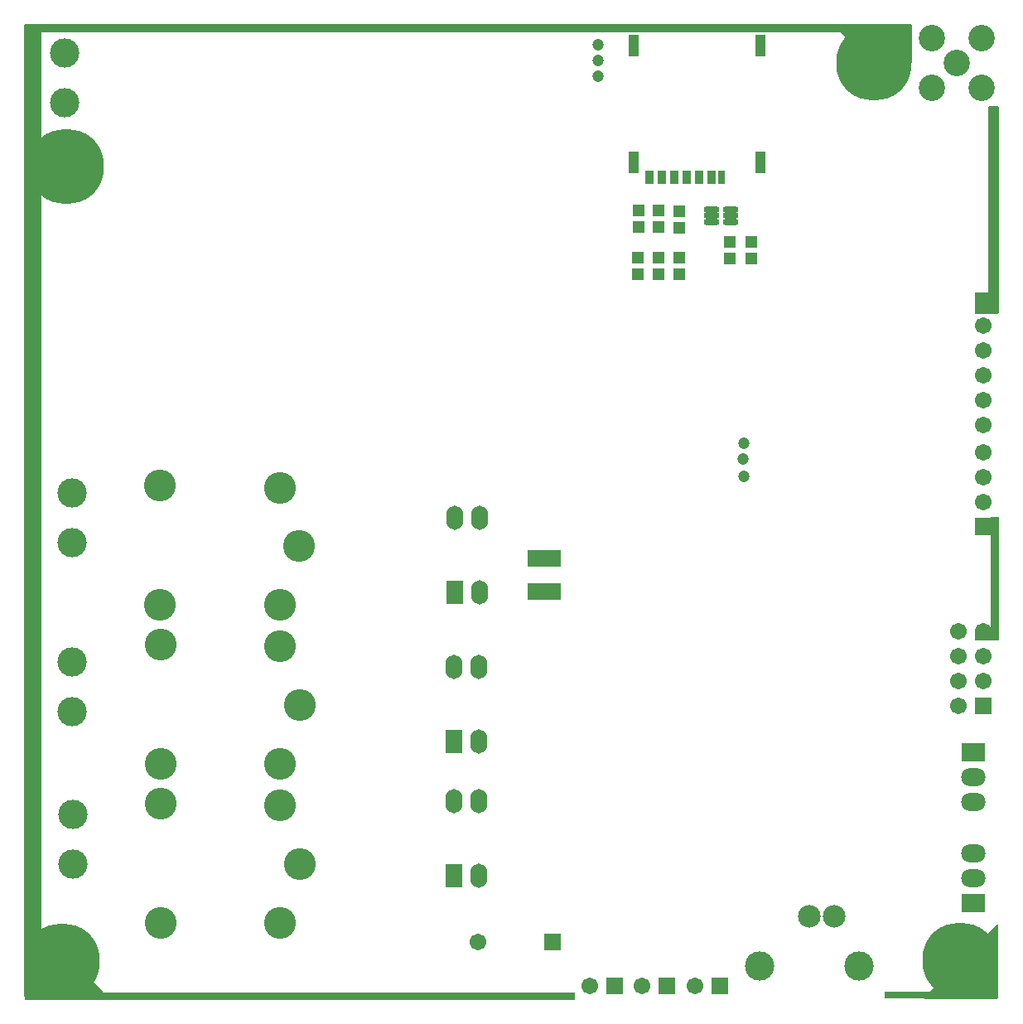
<source format=gbs>
G04*
G04 #@! TF.GenerationSoftware,Altium Limited,Altium Designer,21.0.8 (223)*
G04*
G04 Layer_Color=16711935*
%FSTAX24Y24*%
%MOIN*%
G70*
G04*
G04 #@! TF.SameCoordinates,802AE027-55FB-4EE0-B797-8BAC3B94A1FA*
G04*
G04*
G04 #@! TF.FilePolarity,Negative*
G04*
G01*
G75*
%ADD61R,0.0472X0.0512*%
%ADD89R,0.1340X0.0671*%
%ADD90C,0.0671*%
%ADD91R,0.0671X0.0671*%
%ADD92O,0.0680X0.0980*%
%ADD93R,0.0680X0.0980*%
%ADD94C,0.1280*%
%ADD95C,0.1180*%
%ADD96R,0.0671X0.0671*%
%ADD97C,0.0277*%
%ADD98C,0.3033*%
%ADD99C,0.0907*%
%ADD100C,0.1182*%
%ADD101R,0.0980X0.0730*%
%ADD102O,0.0980X0.0730*%
%ADD103C,0.1064*%
%ADD104C,0.0198*%
%ADD137C,0.0474*%
%ADD138R,0.0356X0.0529*%
%ADD139R,0.0395X0.0907*%
%ADD140R,0.0316X0.0529*%
G04:AMPARAMS|DCode=141|XSize=60.8mil|YSize=23.7mil|CornerRadius=7.9mil|HoleSize=0mil|Usage=FLASHONLY|Rotation=180.000|XOffset=0mil|YOffset=0mil|HoleType=Round|Shape=RoundedRectangle|*
%AMROUNDEDRECTD141*
21,1,0.0608,0.0079,0,0,180.0*
21,1,0.0449,0.0237,0,0,180.0*
1,1,0.0159,-0.0224,0.0039*
1,1,0.0159,0.0224,0.0039*
1,1,0.0159,0.0224,-0.0039*
1,1,0.0159,-0.0224,-0.0039*
%
%ADD141ROUNDEDRECTD141*%
G36*
X045748Y049753D02*
X045753Y049752D01*
X045758Y049751D01*
X045763Y04975D01*
X045768Y049747D01*
X045772Y049744D01*
X045776Y049741D01*
X04578Y049737D01*
X045783Y049733D01*
X045785Y049728D01*
X045787Y049723D01*
X045788Y049718D01*
X045788Y049713D01*
X045788Y049476D01*
Y049476D01*
D01*
X045788Y049476D01*
X045788Y048247D01*
X045788Y048242D01*
X045787Y048236D01*
X045785Y048232D01*
X045783Y048227D01*
X045781Y048224D01*
X04578Y048222D01*
X045778Y04822D01*
X045776Y048218D01*
X045772Y048215D01*
X045768Y048212D01*
X045763Y04821D01*
X044628Y04774D01*
X044628Y04774D01*
X044623Y047738D01*
X044618Y047737D01*
X044613Y047737D01*
X044608Y047737D01*
X044603Y047738D01*
X044598Y04774D01*
X044596Y04774D01*
X044593Y047742D01*
X044589Y047745D01*
X044585Y047748D01*
X044585Y047748D01*
X042897Y049436D01*
X010741Y049436D01*
X010741Y013315D01*
X013268Y010788D01*
X032197Y010788D01*
X032202Y010788D01*
X032207Y010787D01*
X032212Y010785D01*
X032217Y010783D01*
X032221Y01078D01*
X032225Y010776D01*
X032229Y010772D01*
X032232Y010768D01*
X032234Y010763D01*
X032236Y010758D01*
X032237Y010753D01*
X032237Y010748D01*
Y010551D01*
X032237Y010546D01*
X032236Y010541D01*
X032234Y010536D01*
X032232Y010531D01*
X032229Y010527D01*
X032225Y010523D01*
X032221Y010519D01*
X032217Y010516D01*
X032212Y010514D01*
X032207Y010512D01*
X032202Y010511D01*
X032197Y010511D01*
X010118Y010511D01*
X010113Y010511D01*
X010108Y010512D01*
X010103Y010514D01*
X010098Y010516D01*
X010094Y010519D01*
X01009Y010523D01*
X010086Y010527D01*
X010083Y010531D01*
X010081Y010536D01*
X010079Y010541D01*
X010078Y010546D01*
X010078Y010551D01*
Y010607D01*
X010076Y01061D01*
X010074Y010615D01*
X010072Y01062D01*
X010071Y010625D01*
X010071Y01063D01*
Y012978D01*
X010071Y012978D01*
X01007Y012983D01*
X010069Y012988D01*
Y049642D01*
X010069Y049642D01*
Y049713D01*
X01007Y049718D01*
X010071Y049723D01*
X010072Y049728D01*
X010075Y049733D01*
X010078Y049737D01*
X010081Y049741D01*
X010085Y049744D01*
X010089Y049747D01*
X010094Y04975D01*
X010099Y049751D01*
X010104Y049752D01*
X010109Y049753D01*
X045748Y049753D01*
D02*
G37*
G36*
X049249Y046457D02*
X049254Y046456D01*
X049259Y046454D01*
X049264Y046452D01*
X049268Y046449D01*
X049272Y046446D01*
X049276Y046442D01*
X049279Y046437D01*
X049281Y046433D01*
X049283Y046428D01*
X049284Y046423D01*
X049284Y046417D01*
X049284Y03815D01*
X049284Y038144D01*
X049283Y038139D01*
X049281Y038134D01*
X049279Y03813D01*
X049276Y038125D01*
X049272Y038121D01*
X049268Y038118D01*
X049264Y038115D01*
X049259Y038113D01*
X049254Y038111D01*
X049249Y03811D01*
X049244Y03811D01*
X048906Y03811D01*
X048906D01*
D01*
X048905Y03811D01*
X048375D01*
X048374Y038109D01*
X048369Y038107D01*
X048363Y038106D01*
X048358Y038106D01*
X048353Y038106D01*
X048348Y038107D01*
X048343Y038109D01*
X048338Y038111D01*
X048334Y038114D01*
X04833Y038117D01*
X048326Y038121D01*
X048324Y038126D01*
X048321Y03813D01*
X04832Y038135D01*
X048319Y03814D01*
X048318Y038146D01*
X048318Y038358D01*
X048319Y038363D01*
X04832Y038369D01*
X048321Y038374D01*
X048324Y038378D01*
X048326Y038383D01*
X04833Y038387D01*
X048334Y03839D01*
X048338Y038393D01*
X048343Y038395D01*
X048348Y038397D01*
X048353Y038398D01*
X048358Y038398D01*
X048865Y038398D01*
X048865Y046417D01*
X048866Y046423D01*
X048867Y046428D01*
X048868Y046433D01*
X048871Y046437D01*
X048874Y046442D01*
X048877Y046446D01*
X048881Y046449D01*
X048885Y046452D01*
X04889Y046454D01*
X048895Y046456D01*
X0489Y046457D01*
X048906Y046457D01*
X049244Y046457D01*
X049249Y046457D01*
D02*
G37*
G36*
X049252Y029922D02*
X049258Y029921D01*
X049263Y029919D01*
X049267Y029917D01*
X049272Y029914D01*
X049276Y02991D01*
X049279Y029906D01*
X049282Y029902D01*
X049284Y029897D01*
X049286Y029892D01*
X049287Y029887D01*
X049287Y029882D01*
X049287Y025217D01*
Y025217D01*
Y025008D01*
X049287Y025003D01*
X049286Y024998D01*
X049284Y024993D01*
X049282Y024988D01*
X049279Y024984D01*
X049276Y02498D01*
X049276Y02498D01*
X049276D01*
Y02498D01*
X049275Y024979D01*
X049272Y024976D01*
X049267Y024973D01*
X049263Y024971D01*
X049258Y024969D01*
X049252Y024968D01*
X049247Y024968D01*
X04898Y024968D01*
D01*
X04898D01*
X04898Y024968D01*
X048379D01*
X048377Y024967D01*
X048372Y024965D01*
X048367Y024964D01*
X048361Y024964D01*
X048356Y024964D01*
X048351Y024965D01*
X048346Y024967D01*
X048341Y024969D01*
X048337Y024972D01*
X048333Y024976D01*
X04833Y02498D01*
X048327Y024984D01*
X048324Y024989D01*
X048323Y024994D01*
X048322Y024999D01*
X048321Y025004D01*
X048321Y025217D01*
X048322Y025222D01*
X048323Y025227D01*
X048324Y025232D01*
X048327Y025237D01*
X04833Y025241D01*
X048333Y025245D01*
X048337Y025249D01*
X048341Y025251D01*
X048346Y025254D01*
X048351Y025255D01*
X048356Y025256D01*
X048361Y025257D01*
X04894Y025257D01*
X04894Y029613D01*
X048375D01*
X048374Y029613D01*
X048369Y029611D01*
X048364Y02961D01*
X048358Y02961D01*
X048353Y02961D01*
X048348Y029611D01*
X048343Y029613D01*
X048338Y029615D01*
X048334Y029618D01*
X04833Y029621D01*
X048326Y029625D01*
X048324Y02963D01*
X048321Y029634D01*
X04832Y029639D01*
X048319Y029644D01*
X048318Y02965D01*
X048318Y029862D01*
X048319Y029867D01*
X04832Y029873D01*
X048321Y029878D01*
X048324Y029882D01*
X048326Y029887D01*
X04833Y029891D01*
X048334Y029894D01*
X048338Y029897D01*
X048343Y029899D01*
X048348Y029901D01*
X048353Y029902D01*
X048358Y029902D01*
X048946Y029902D01*
X048949Y029906D01*
X048952Y02991D01*
X048956Y029914D01*
X04896Y029917D01*
X048965Y029919D01*
X04897Y029921D01*
X048975Y029922D01*
X04898Y029922D01*
X049247Y029922D01*
X049252Y029922D01*
D02*
G37*
G36*
X049226Y013544D02*
X049231Y013543D01*
X049236Y013541D01*
X049241Y013539D01*
X049245Y013536D01*
X049249Y013532D01*
X049252Y013528D01*
X049255Y013524D01*
X049257Y013519D01*
X049259Y013514D01*
X04926Y013509D01*
X049261Y013504D01*
X049261Y010586D01*
X04926Y010581D01*
X049259Y010576D01*
X049258Y010571D01*
X049255Y010566D01*
X049252Y010562D01*
X049249Y010558D01*
X049245Y010555D01*
X049241Y010552D01*
X049236Y010549D01*
X049231Y010548D01*
X049226Y010547D01*
X04922Y010546D01*
X046303D01*
X0463Y010547D01*
X044724D01*
X044719Y010547D01*
X044714Y010548D01*
X044709Y01055D01*
X044704Y010552D01*
X0447Y010555D01*
X044696Y010558D01*
X044693Y010562D01*
X04469Y010567D01*
X044687Y010571D01*
X044686Y010576D01*
X044685Y010581D01*
X044684Y010587D01*
X044684Y010783D01*
Y010783D01*
D01*
X044685Y010789D01*
X044686Y010794D01*
X044687Y010799D01*
X04469Y010804D01*
X044693Y010808D01*
X044696Y010812D01*
X0447Y010815D01*
X044704Y010818D01*
X044709Y01082D01*
X044714Y010822D01*
X044719Y010823D01*
X044724Y010824D01*
D01*
X044724D01*
X046483D01*
X049192Y013532D01*
X049196Y013536D01*
X0492Y013539D01*
X049205Y013541D01*
X04921Y013543D01*
X049215Y013544D01*
X04922Y013544D01*
X049226Y013544D01*
D02*
G37*
D61*
X034768Y040378D02*
D03*
Y039709D02*
D03*
X035594Y040378D02*
D03*
Y039709D02*
D03*
X036421Y040366D02*
D03*
Y039697D02*
D03*
X038461Y040992D02*
D03*
Y040323D02*
D03*
X039331Y040984D02*
D03*
Y040315D02*
D03*
X036433Y041575D02*
D03*
Y042244D02*
D03*
X0356Y041588D02*
D03*
Y042257D02*
D03*
X034773Y041592D02*
D03*
Y042261D02*
D03*
D89*
X030984Y026929D02*
D03*
Y028268D02*
D03*
D90*
X028335Y012823D02*
D03*
X037059Y011051D02*
D03*
X034929Y011055D02*
D03*
X048654Y030528D02*
D03*
Y031528D02*
D03*
Y032528D02*
D03*
X032823Y011071D02*
D03*
X048654Y023319D02*
D03*
Y024319D02*
D03*
Y025319D02*
D03*
X047654Y022319D02*
D03*
Y023319D02*
D03*
Y024319D02*
D03*
Y025319D02*
D03*
X048654Y033638D02*
D03*
Y034638D02*
D03*
Y035638D02*
D03*
Y036638D02*
D03*
Y037638D02*
D03*
D91*
X031335Y012828D02*
D03*
X038059Y011051D02*
D03*
X035929Y011055D02*
D03*
X033823Y011071D02*
D03*
D92*
X027382Y029906D02*
D03*
X028382D02*
D03*
Y026906D02*
D03*
X028358Y015492D02*
D03*
Y018492D02*
D03*
X027358D02*
D03*
Y023902D02*
D03*
X028358D02*
D03*
Y020902D02*
D03*
D93*
X027382Y026906D02*
D03*
X027358Y015492D02*
D03*
Y020902D02*
D03*
D94*
X020366Y018315D02*
D03*
Y013591D02*
D03*
X015563Y018391D02*
D03*
Y013591D02*
D03*
X021154Y015953D02*
D03*
X021126Y028747D02*
D03*
X015535Y026385D02*
D03*
Y031185D02*
D03*
X020339Y026385D02*
D03*
Y031109D02*
D03*
X020354Y024728D02*
D03*
Y020004D02*
D03*
X015551Y024804D02*
D03*
Y020004D02*
D03*
X021142Y022366D02*
D03*
D95*
X011976Y024102D02*
D03*
Y022102D02*
D03*
Y030894D02*
D03*
Y028894D02*
D03*
X01202Y015972D02*
D03*
Y017972D02*
D03*
X0117Y0466D02*
D03*
Y0486D02*
D03*
D96*
X048654Y029528D02*
D03*
Y022319D02*
D03*
Y038638D02*
D03*
D97*
X012386Y011457D02*
D03*
X010811Y012638D02*
D03*
X010614Y012047D02*
D03*
X011598Y011063D02*
D03*
X012583Y012047D02*
D03*
X012386Y012638D02*
D03*
X011598Y013032D02*
D03*
X010811Y011457D02*
D03*
X043465Y047598D02*
D03*
X044252Y049173D02*
D03*
X045039Y04878D02*
D03*
X045236Y048189D02*
D03*
X044252Y047205D02*
D03*
X043268Y048189D02*
D03*
X043465Y04878D02*
D03*
X045039Y047598D02*
D03*
X048513Y011502D02*
D03*
X046939Y012683D02*
D03*
X046742Y012092D02*
D03*
X047726Y011108D02*
D03*
X04871Y012092D02*
D03*
X048513Y012683D02*
D03*
X047726Y013076D02*
D03*
X046939Y011502D02*
D03*
X010965Y043453D02*
D03*
X011752Y045028D02*
D03*
X012539Y044634D02*
D03*
X012736Y044043D02*
D03*
X011752Y043059D02*
D03*
X010768Y044043D02*
D03*
X010965Y044634D02*
D03*
X012539Y043453D02*
D03*
D98*
X011598Y012047D02*
D03*
X044252Y048189D02*
D03*
X047726Y012092D02*
D03*
X011752Y044043D02*
D03*
D99*
X041661Y01385D02*
D03*
X042661D02*
D03*
D100*
X039661Y01185D02*
D03*
X043661D02*
D03*
D101*
X048264Y01439D02*
D03*
X048241Y020465D02*
D03*
D102*
X048264Y01539D02*
D03*
Y01639D02*
D03*
X048241Y019465D02*
D03*
Y018465D02*
D03*
D103*
X0466Y0472D02*
D03*
X0486D02*
D03*
Y0492D02*
D03*
X0466D02*
D03*
X0476Y0482D02*
D03*
D104*
X027651Y010634D02*
D03*
X02706Y010654D02*
D03*
X028033Y010634D02*
D03*
X028533D02*
D03*
X029033D02*
D03*
X020886D02*
D03*
X020504D02*
D03*
X021386D02*
D03*
X017291D02*
D03*
X017622D02*
D03*
X020004D02*
D03*
X030943D02*
D03*
X031443D02*
D03*
X030561D02*
D03*
X02656Y010654D02*
D03*
X02606D02*
D03*
X02556D02*
D03*
X030033Y010634D02*
D03*
X029533D02*
D03*
X022858D02*
D03*
X023769D02*
D03*
X024269D02*
D03*
X024769D02*
D03*
X025178Y010654D02*
D03*
X023386Y010634D02*
D03*
X022386D02*
D03*
X021886D02*
D03*
X017004D02*
D03*
X018004D02*
D03*
X019504D02*
D03*
X019004D02*
D03*
X018504D02*
D03*
X015122D02*
D03*
X015622D02*
D03*
X016122D02*
D03*
X016622D02*
D03*
X014622D02*
D03*
X014122D02*
D03*
X013622D02*
D03*
X01174D02*
D03*
X01224D02*
D03*
X01274D02*
D03*
X01324D02*
D03*
X01124D02*
D03*
X01074D02*
D03*
X01024D02*
D03*
X010236Y017067D02*
D03*
Y016567D02*
D03*
Y016067D02*
D03*
Y015567D02*
D03*
Y015067D02*
D03*
Y014567D02*
D03*
Y014067D02*
D03*
Y013567D02*
D03*
Y013067D02*
D03*
Y011067D02*
D03*
Y011567D02*
D03*
Y012567D02*
D03*
Y024567D02*
D03*
Y024067D02*
D03*
Y023567D02*
D03*
Y023067D02*
D03*
Y022567D02*
D03*
Y022067D02*
D03*
Y021567D02*
D03*
Y021067D02*
D03*
Y020567D02*
D03*
Y017567D02*
D03*
Y018067D02*
D03*
Y018567D02*
D03*
Y019067D02*
D03*
Y019567D02*
D03*
Y020067D02*
D03*
Y032067D02*
D03*
Y031567D02*
D03*
Y031067D02*
D03*
Y030567D02*
D03*
Y030067D02*
D03*
Y029567D02*
D03*
Y029067D02*
D03*
Y028567D02*
D03*
Y028067D02*
D03*
Y025067D02*
D03*
Y025567D02*
D03*
Y026067D02*
D03*
Y026567D02*
D03*
Y027067D02*
D03*
Y027567D02*
D03*
Y039567D02*
D03*
Y039067D02*
D03*
Y038567D02*
D03*
Y038067D02*
D03*
Y037567D02*
D03*
Y037067D02*
D03*
Y036567D02*
D03*
Y036067D02*
D03*
Y035567D02*
D03*
Y032567D02*
D03*
Y033067D02*
D03*
Y033567D02*
D03*
Y034067D02*
D03*
Y034567D02*
D03*
Y035067D02*
D03*
Y047067D02*
D03*
Y046567D02*
D03*
Y046067D02*
D03*
Y045567D02*
D03*
Y045067D02*
D03*
Y044567D02*
D03*
Y044067D02*
D03*
Y040067D02*
D03*
Y040567D02*
D03*
Y041067D02*
D03*
Y041567D02*
D03*
Y042067D02*
D03*
Y042567D02*
D03*
Y047567D02*
D03*
Y048067D02*
D03*
Y048567D02*
D03*
Y049067D02*
D03*
D137*
X03315Y048929D02*
D03*
Y048311D02*
D03*
Y047669D02*
D03*
X039012Y031563D02*
D03*
X039004Y032248D02*
D03*
X03902Y032894D02*
D03*
D138*
X036236Y043598D02*
D03*
X037236D02*
D03*
X035736D02*
D03*
X036736D02*
D03*
X037736D02*
D03*
X035236D02*
D03*
D139*
X034579Y044181D02*
D03*
X039697Y048906D02*
D03*
X034579D02*
D03*
X039697Y044181D02*
D03*
D140*
X03811Y043598D02*
D03*
D141*
X037717Y041795D02*
D03*
Y042051D02*
D03*
Y042307D02*
D03*
X038488D02*
D03*
Y042051D02*
D03*
Y041795D02*
D03*
M02*

</source>
